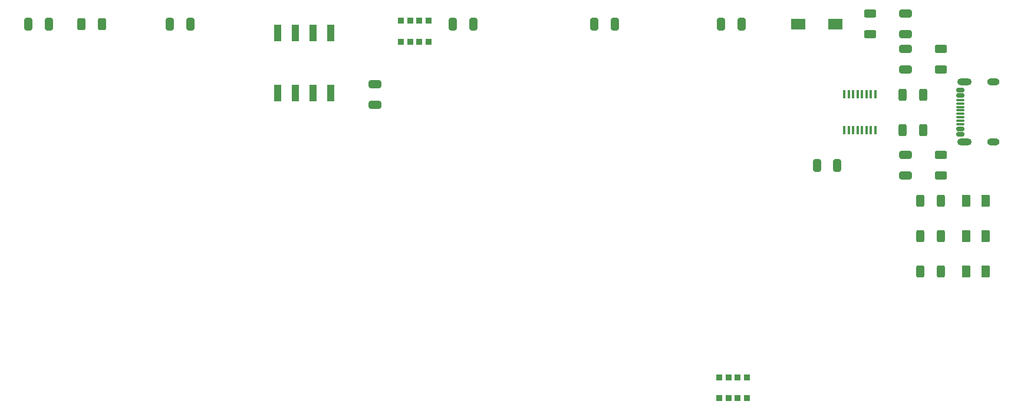
<source format=gbr>
%TF.GenerationSoftware,KiCad,Pcbnew,7.0.10*%
%TF.CreationDate,2024-01-22T16:24:30-06:00*%
%TF.ProjectId,6502 V1.3-rounded,36353032-2056-4312-9e33-2d726f756e64,rev?*%
%TF.SameCoordinates,Original*%
%TF.FileFunction,Paste,Top*%
%TF.FilePolarity,Positive*%
%FSLAX46Y46*%
G04 Gerber Fmt 4.6, Leading zero omitted, Abs format (unit mm)*
G04 Created by KiCad (PCBNEW 7.0.10) date 2024-01-22 16:24:30*
%MOMM*%
%LPD*%
G01*
G04 APERTURE LIST*
G04 Aperture macros list*
%AMRoundRect*
0 Rectangle with rounded corners*
0 $1 Rounding radius*
0 $2 $3 $4 $5 $6 $7 $8 $9 X,Y pos of 4 corners*
0 Add a 4 corners polygon primitive as box body*
4,1,4,$2,$3,$4,$5,$6,$7,$8,$9,$2,$3,0*
0 Add four circle primitives for the rounded corners*
1,1,$1+$1,$2,$3*
1,1,$1+$1,$4,$5*
1,1,$1+$1,$6,$7*
1,1,$1+$1,$8,$9*
0 Add four rect primitives between the rounded corners*
20,1,$1+$1,$2,$3,$4,$5,0*
20,1,$1+$1,$4,$5,$6,$7,0*
20,1,$1+$1,$6,$7,$8,$9,0*
20,1,$1+$1,$8,$9,$2,$3,0*%
G04 Aperture macros list end*
%ADD10RoundRect,0.250000X-0.650000X0.325000X-0.650000X-0.325000X0.650000X-0.325000X0.650000X0.325000X0*%
%ADD11RoundRect,0.250000X-0.325000X-0.650000X0.325000X-0.650000X0.325000X0.650000X-0.325000X0.650000X0*%
%ADD12RoundRect,0.250000X-0.312500X-0.625000X0.312500X-0.625000X0.312500X0.625000X-0.312500X0.625000X0*%
%ADD13R,0.900000X0.900000*%
%ADD14RoundRect,0.250000X0.312500X0.625000X-0.312500X0.625000X-0.312500X-0.625000X0.312500X-0.625000X0*%
%ADD15RoundRect,0.250000X0.650000X-0.325000X0.650000X0.325000X-0.650000X0.325000X-0.650000X-0.325000X0*%
%ADD16RoundRect,0.250000X-0.375000X-0.625000X0.375000X-0.625000X0.375000X0.625000X-0.375000X0.625000X0*%
%ADD17R,2.000000X1.600000*%
%ADD18RoundRect,0.150000X0.425000X-0.150000X0.425000X0.150000X-0.425000X0.150000X-0.425000X-0.150000X0*%
%ADD19RoundRect,0.075000X0.500000X-0.075000X0.500000X0.075000X-0.500000X0.075000X-0.500000X-0.075000X0*%
%ADD20O,2.100000X1.000000*%
%ADD21O,1.800000X1.000000*%
%ADD22R,0.400000X1.200000*%
%ADD23RoundRect,0.250000X-0.625000X0.312500X-0.625000X-0.312500X0.625000X-0.312500X0.625000X0.312500X0*%
%ADD24RoundRect,0.250000X0.625000X-0.312500X0.625000X0.312500X-0.625000X0.312500X-0.625000X-0.312500X0*%
%ADD25R,1.120000X2.440000*%
G04 APERTURE END LIST*
D10*
%TO.C,C9*%
X157480000Y-44245000D03*
X157480000Y-47195000D03*
%TD*%
D11*
%TO.C,C2*%
X51865000Y-25400000D03*
X54815000Y-25400000D03*
%TD*%
%TO.C,C1*%
X31545000Y-25400000D03*
X34495000Y-25400000D03*
%TD*%
D12*
%TO.C,R8*%
X159635000Y-50800000D03*
X162560000Y-50800000D03*
%TD*%
D13*
%TO.C,RN1*%
X85020000Y-27940000D03*
X86360000Y-27940000D03*
X87680000Y-27940000D03*
X89020000Y-27940000D03*
X89020000Y-24940000D03*
X87680000Y-24940000D03*
X86360000Y-24940000D03*
X85020000Y-24940000D03*
%TD*%
D14*
%TO.C,R9*%
X160020000Y-40640000D03*
X157095000Y-40640000D03*
%TD*%
D15*
%TO.C,C8*%
X157480000Y-31955000D03*
X157480000Y-29005000D03*
%TD*%
D16*
%TO.C,D3*%
X166240000Y-50800000D03*
X169040000Y-50800000D03*
%TD*%
D12*
%TO.C,R7*%
X159635000Y-55880000D03*
X162560000Y-55880000D03*
%TD*%
D11*
%TO.C,C10*%
X144780000Y-45720000D03*
X147730000Y-45720000D03*
%TD*%
D16*
%TO.C,D2*%
X166240000Y-60960000D03*
X169040000Y-60960000D03*
%TD*%
D17*
%TO.C,SW2*%
X142080000Y-25400000D03*
X147480000Y-25400000D03*
%TD*%
D18*
%TO.C,J1*%
X165367846Y-41283591D03*
X165367846Y-40483591D03*
D19*
X165367846Y-39333591D03*
X165367846Y-38333591D03*
X165367846Y-37833591D03*
X165367846Y-36833591D03*
D18*
X165367846Y-35683591D03*
X165367846Y-34883591D03*
X165367846Y-34883591D03*
X165367846Y-35683591D03*
D19*
X165367846Y-36333591D03*
X165367846Y-37333591D03*
X165367846Y-38833591D03*
X165367846Y-39833591D03*
D18*
X165367846Y-40483591D03*
X165367846Y-41283591D03*
D20*
X165942846Y-42403591D03*
D21*
X170122846Y-42403591D03*
D20*
X165942846Y-33763591D03*
D21*
X170122846Y-33763591D03*
%TD*%
D16*
%TO.C,D1*%
X166240000Y-55880000D03*
X169040000Y-55880000D03*
%TD*%
D11*
%TO.C,C6*%
X131023432Y-25400000D03*
X133973432Y-25400000D03*
%TD*%
D13*
%TO.C,RN2*%
X130740000Y-79200000D03*
X132080000Y-79200000D03*
X133400000Y-79200000D03*
X134740000Y-79200000D03*
X134740000Y-76200000D03*
X133400000Y-76200000D03*
X132080000Y-76200000D03*
X130740000Y-76200000D03*
%TD*%
D11*
%TO.C,C4*%
X92505000Y-25400000D03*
X95455000Y-25400000D03*
%TD*%
D22*
%TO.C,U6*%
X148715000Y-40700000D03*
X149350000Y-40700000D03*
X149985000Y-40700000D03*
X150620000Y-40700000D03*
X151255000Y-40700000D03*
X151890000Y-40700000D03*
X152525000Y-40700000D03*
X153160000Y-40700000D03*
X153160000Y-35500000D03*
X152525000Y-35500000D03*
X151890000Y-35500000D03*
X151255000Y-35500000D03*
X150620000Y-35500000D03*
X149985000Y-35500000D03*
X149350000Y-35500000D03*
X148715000Y-35500000D03*
%TD*%
D14*
%TO.C,R3*%
X160020000Y-35560000D03*
X157095000Y-35560000D03*
%TD*%
D15*
%TO.C,C7*%
X157480000Y-26875000D03*
X157480000Y-23925000D03*
%TD*%
D23*
%TO.C,R2*%
X152400000Y-23937500D03*
X152400000Y-26862500D03*
%TD*%
D12*
%TO.C,R5*%
X159635000Y-60960000D03*
X162560000Y-60960000D03*
%TD*%
D24*
%TO.C,R4*%
X162560000Y-31952988D03*
X162560000Y-29027988D03*
%TD*%
D11*
%TO.C,C5*%
X112825000Y-25400000D03*
X115775000Y-25400000D03*
%TD*%
D23*
%TO.C,R6*%
X162560000Y-44257500D03*
X162560000Y-47182500D03*
%TD*%
D25*
%TO.C,SW1*%
X74930000Y-26696000D03*
X72390000Y-26696000D03*
X69850000Y-26696000D03*
X67310000Y-26696000D03*
X67310000Y-35306000D03*
X69850000Y-35306000D03*
X72390000Y-35306000D03*
X74930000Y-35306000D03*
%TD*%
D14*
%TO.C,R1*%
X42102500Y-25400000D03*
X39177500Y-25400000D03*
%TD*%
D15*
%TO.C,C3*%
X81280000Y-37035000D03*
X81280000Y-34085000D03*
%TD*%
M02*

</source>
